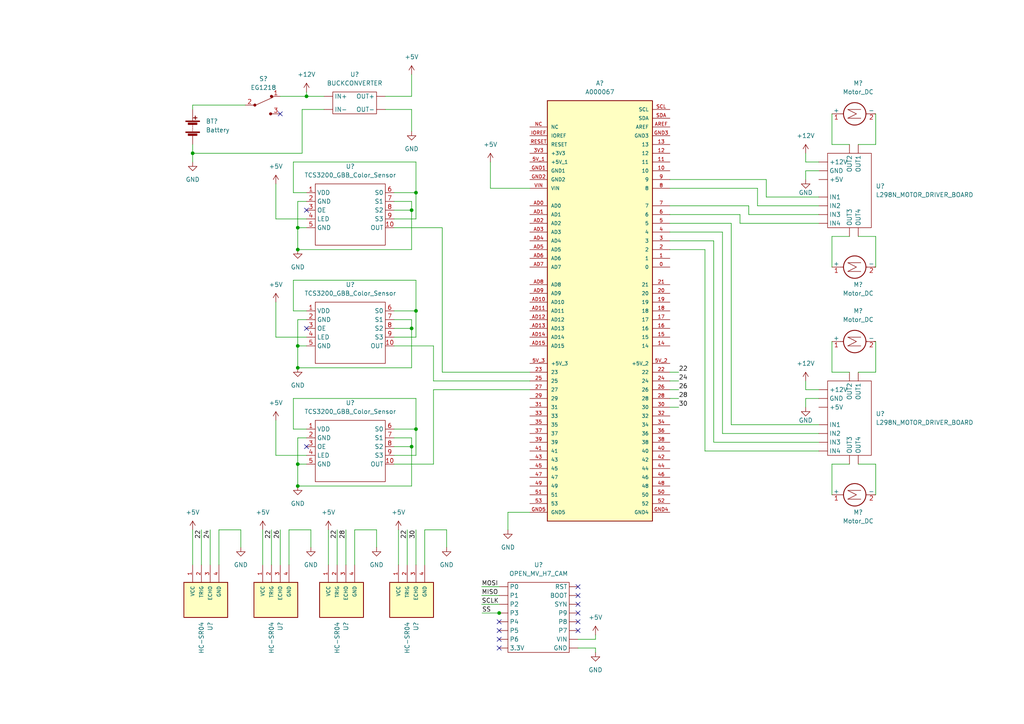
<source format=kicad_sch>
(kicad_sch (version 20211123) (generator eeschema)
  (paper "A4")
  (lib_symbols
    (symbol "A000067:A000067" (pin_names (offset 1.016))
      (property "Reference" "A" (at -15.24 61.595 0))
      (property "Value" "A000067" (at -15.24 -63.5 0))
      (symbol "A000067_0_0"
        (rectangle (start -15.24 -60.96) (end 15.24 60.96) (stroke (width 0.254)) (fill (type background)))
        (pin passive line (at 20.32 12.7 180) (length 5.08) (name "0") (number "0"))
        (pin passive line (at 20.32 15.24 180) (length 5.08) (name "1") (number "1"))
        (pin passive line (at 20.32 40.64 180) (length 5.08) (name "10") (number "10"))
        (pin passive line (at 20.32 43.18 180) (length 5.08) (name "11") (number "11"))
        (pin passive line (at 20.32 45.72 180) (length 5.08) (name "12") (number "12"))
        (pin passive line (at 20.32 48.26 180) (length 5.08) (name "13") (number "13"))
        (pin passive line (at 20.32 -10.16 180) (length 5.08) (name "14") (number "14"))
        (pin passive line (at 20.32 -7.62 180) (length 5.08) (name "15") (number "15"))
        (pin passive line (at 20.32 -5.08 180) (length 5.08) (name "16") (number "16"))
        (pin passive line (at 20.32 -2.54 180) (length 5.08) (name "17") (number "17"))
        (pin passive line (at 20.32 0 180) (length 5.08) (name "18") (number "18"))
        (pin passive line (at 20.32 2.54 180) (length 5.08) (name "19") (number "19"))
        (pin passive line (at 20.32 17.78 180) (length 5.08) (name "2") (number "2"))
        (pin passive line (at 20.32 5.08 180) (length 5.08) (name "20") (number "20"))
        (pin passive line (at 20.32 7.62 180) (length 5.08) (name "21") (number "21"))
        (pin passive line (at 20.32 -17.78 180) (length 5.08) (name "22") (number "22"))
        (pin passive line (at -20.32 -17.78 0) (length 5.08) (name "23") (number "23"))
        (pin passive line (at 20.32 -20.32 180) (length 5.08) (name "24") (number "24"))
        (pin passive line (at -20.32 -20.32 0) (length 5.08) (name "25") (number "25"))
        (pin passive line (at 20.32 -22.86 180) (length 5.08) (name "26") (number "26"))
        (pin passive line (at -20.32 -22.86 0) (length 5.08) (name "27") (number "27"))
        (pin passive line (at 20.32 -25.4 180) (length 5.08) (name "28") (number "28"))
        (pin passive line (at -20.32 -25.4 0) (length 5.08) (name "29") (number "29"))
        (pin passive line (at 20.32 20.32 180) (length 5.08) (name "3") (number "3"))
        (pin passive line (at 20.32 -27.94 180) (length 5.08) (name "30") (number "30"))
        (pin passive line (at -20.32 -27.94 0) (length 5.08) (name "31") (number "31"))
        (pin passive line (at 20.32 -30.48 180) (length 5.08) (name "32") (number "32"))
        (pin passive line (at -20.32 -30.48 0) (length 5.08) (name "33") (number "33"))
        (pin passive line (at 20.32 -33.02 180) (length 5.08) (name "34") (number "34"))
        (pin passive line (at -20.32 -33.02 0) (length 5.08) (name "35") (number "35"))
        (pin passive line (at 20.32 -35.56 180) (length 5.08) (name "36") (number "36"))
        (pin passive line (at -20.32 -35.56 0) (length 5.08) (name "37") (number "37"))
        (pin passive line (at 20.32 -38.1 180) (length 5.08) (name "38") (number "38"))
        (pin passive line (at -20.32 -38.1 0) (length 5.08) (name "39") (number "39"))
        (pin passive line (at -20.32 45.72 0) (length 5.08) (name "+3V3") (number "3V3"))
        (pin passive line (at 20.32 22.86 180) (length 5.08) (name "4") (number "4"))
        (pin passive line (at 20.32 -40.64 180) (length 5.08) (name "40") (number "40"))
        (pin passive line (at -20.32 -40.64 0) (length 5.08) (name "41") (number "41"))
        (pin passive line (at 20.32 -43.18 180) (length 5.08) (name "42") (number "42"))
        (pin passive line (at -20.32 -43.18 0) (length 5.08) (name "43") (number "43"))
        (pin passive line (at 20.32 -45.72 180) (length 5.08) (name "44") (number "44"))
        (pin passive line (at -20.32 -45.72 0) (length 5.08) (name "45") (number "45"))
        (pin passive line (at 20.32 -48.26 180) (length 5.08) (name "46") (number "46"))
        (pin passive line (at -20.32 -48.26 0) (length 5.08) (name "47") (number "47"))
        (pin passive line (at 20.32 -50.8 180) (length 5.08) (name "48") (number "48"))
        (pin passive line (at -20.32 -50.8 0) (length 5.08) (name "49") (number "49"))
        (pin passive line (at 20.32 25.4 180) (length 5.08) (name "5") (number "5"))
        (pin passive line (at 20.32 -53.34 180) (length 5.08) (name "50") (number "50"))
        (pin passive line (at -20.32 -53.34 0) (length 5.08) (name "51") (number "51"))
        (pin passive line (at 20.32 -55.88 180) (length 5.08) (name "52") (number "52"))
        (pin passive line (at -20.32 -55.88 0) (length 5.08) (name "53") (number "53"))
        (pin passive line (at -20.32 43.18 0) (length 5.08) (name "+5V_1") (number "5V_1"))
        (pin passive line (at 20.32 -15.24 180) (length 5.08) (name "+5V_2") (number "5V_2"))
        (pin passive line (at -20.32 -15.24 0) (length 5.08) (name "+5V_3") (number "5V_3"))
        (pin passive line (at 20.32 27.94 180) (length 5.08) (name "6") (number "6"))
        (pin passive line (at 20.32 30.48 180) (length 5.08) (name "7") (number "7"))
        (pin passive line (at 20.32 35.56 180) (length 5.08) (name "8") (number "8"))
        (pin passive line (at 20.32 38.1 180) (length 5.08) (name "9") (number "9"))
        (pin passive line (at -20.32 30.48 0) (length 5.08) (name "AD0") (number "AD0"))
        (pin passive line (at -20.32 27.94 0) (length 5.08) (name "AD1") (number "AD1"))
        (pin passive line (at -20.32 2.54 0) (length 5.08) (name "AD10") (number "AD10"))
        (pin passive line (at -20.32 0 0) (length 5.08) (name "AD11") (number "AD11"))
        (pin passive line (at -20.32 -2.54 0) (length 5.08) (name "AD12") (number "AD12"))
        (pin passive line (at -20.32 -5.08 0) (length 5.08) (name "AD13") (number "AD13"))
        (pin passive line (at -20.32 -7.62 0) (length 5.08) (name "AD14") (number "AD14"))
        (pin passive line (at -20.32 -10.16 0) (length 5.08) (name "AD15") (number "AD15"))
        (pin passive line (at -20.32 25.4 0) (length 5.08) (name "AD2") (number "AD2"))
        (pin passive line (at -20.32 22.86 0) (length 5.08) (name "AD3") (number "AD3"))
        (pin passive line (at -20.32 20.32 0) (length 5.08) (name "AD4") (number "AD4"))
        (pin passive line (at -20.32 17.78 0) (length 5.08) (name "AD5") (number "AD5"))
        (pin passive line (at -20.32 15.24 0) (length 5.08) (name "AD6") (number "AD6"))
        (pin passive line (at -20.32 12.7 0) (length 5.08) (name "AD7") (number "AD7"))
        (pin passive line (at -20.32 7.62 0) (length 5.08) (name "AD8") (number "AD8"))
        (pin passive line (at -20.32 5.08 0) (length 5.08) (name "AD9") (number "AD9"))
        (pin passive line (at 20.32 53.34 180) (length 5.08) (name "AREF") (number "AREF"))
        (pin passive line (at -20.32 40.64 0) (length 5.08) (name "GND1") (number "GND1"))
        (pin passive line (at -20.32 38.1 0) (length 5.08) (name "GND2") (number "GND2"))
        (pin passive line (at 20.32 50.8 180) (length 5.08) (name "GND3") (number "GND3"))
        (pin passive line (at 20.32 -58.42 180) (length 5.08) (name "GND4") (number "GND4"))
        (pin passive line (at -20.32 -58.42 0) (length 5.08) (name "GND5") (number "GND5"))
        (pin passive line (at -20.32 50.8 0) (length 5.08) (name "IOREF") (number "IOREF"))
        (pin passive line (at -20.32 53.34 0) (length 5.08) (name "NC") (number "NC"))
        (pin passive line (at -20.32 48.26 0) (length 5.08) (name "RESET") (number "RESET"))
        (pin passive line (at 20.32 58.42 180) (length 5.08) (name "SCL") (number "SCL"))
        (pin passive line (at 20.32 55.88 180) (length 5.08) (name "SDA") (number "SDA"))
        (pin passive line (at -20.32 35.56 0) (length 5.08) (name "VIN") (number "VIN"))
      )
    )
    (symbol "Device:Battery" (pin_numbers hide) (pin_names (offset 0) hide)
      (property "Reference" "BT" (at 2.54 2.54 0))
      (property "Value" "Battery" (at 2.54 0 0))
      (symbol "Battery_0_1"
        (rectangle (start -2.032 -1.397) (end 2.032 -1.651) (fill (type outline)))
        (rectangle (start -2.032 1.778) (end 2.032 1.524) (fill (type outline)))
        (rectangle (start -1.3208 -1.9812) (end 1.27 -2.4892) (fill (type outline)))
        (rectangle (start -1.3208 1.1938) (end 1.27 0.6858) (fill (type outline)))
        (polyline (pts (xy 0 -1.524) (xy 0 -1.27)))
        (polyline (pts (xy 0 -1.016) (xy 0 -0.762)))
        (polyline (pts (xy 0 -0.508) (xy 0 -0.254)))
        (polyline (pts (xy 0 0) (xy 0 0.254)))
        (polyline (pts (xy 0 0.508) (xy 0 0.762)))
        (polyline (pts (xy 0 1.778) (xy 0 2.54)))
        (polyline (pts (xy 0.254 2.667) (xy 1.27 2.667)) (stroke (width 0.254)))
        (polyline (pts (xy 0.762 3.175) (xy 0.762 2.159)) (stroke (width 0.254)))
      )
      (symbol "Battery_1_1"
        (pin passive line (at 0 5.08 270) (length 2.54) (name "+") (number "1"))
        (pin passive line (at 0 -5.08 90) (length 2.54) (name "-") (number "2"))
      )
    )
    (symbol "HC-SR04:BUCKCONVERTER"
      (property "Reference" "U" (at 2.54 1.27 0))
      (property "Value" "BUCKCONVERTER" (at 3.81 -8.89 0))
      (symbol "BUCKCONVERTER_0_1"
        (rectangle (start -3.81 0) (end 8.89 -6.35))
      )
      (symbol "BUCKCONVERTER_1_1"
        (pin input line (at -6.35 -1.27 0) (length 2.54) (name "IN+") (number ""))
        (pin input line (at -6.35 -5.08 0) (length 2.54) (name "IN-") (number ""))
        (pin input line (at 11.43 -1.27 180) (length 2.54) (name "OUT+") (number ""))
        (pin input line (at 11.43 -5.08 180) (length 2.54) (name "OUT-") (number ""))
      )
    )
    (symbol "HC-SR04:HC-SR04" (pin_names (offset 1.016))
      (property "Reference" "U" (at 0 5.0813 0))
      (property "Value" "HC-SR04" (at 0 -10.163 0))
      (symbol "HC-SR04_0_0"
        (rectangle (start 0 -7.62) (end 10.16 5.08) (stroke (width 0.254)) (fill (type background)))
        (pin power_in line (at -5.08 -5.08 0) (length 5.08) (name "VCC") (number "1"))
        (pin bidirectional line (at -5.08 -2.54 0) (length 5.08) (name "TRIG") (number "2"))
        (pin bidirectional line (at -5.08 0 0) (length 5.08) (name "ECHO") (number "3"))
        (pin power_in line (at -5.08 2.54 0) (length 5.08) (name "GND") (number "4"))
      )
    )
    (symbol "HC-SR04:L298N_MOTOR_DRIVER_BOARD"
      (property "Reference" "U" (at -10.16 11.43 0))
      (property "Value" "L298N_MOTOR_DRIVER_BOARD" (at 2.54 8.89 0))
      (symbol "L298N_MOTOR_DRIVER_BOARD_0_1"
        (rectangle (start -11.43 7.62) (end 10.16 -5.08))
      )
      (symbol "L298N_MOTOR_DRIVER_BOARD_1_1"
        (pin input line (at -8.89 -7.62 90) (length 2.54) (name "+12V") (number ""))
        (pin input line (at -3.81 -7.62 90) (length 2.54) (name "+5V") (number ""))
        (pin input line (at -6.35 -7.62 90) (length 2.54) (name "GND") (number ""))
        (pin input line (at 1.27 -7.62 90) (length 2.54) (name "IN1") (number ""))
        (pin input line (at 3.81 -7.62 90) (length 2.54) (name "IN2") (number ""))
        (pin input line (at 6.35 -7.62 90) (length 2.54) (name "IN3") (number ""))
        (pin input line (at 8.89 -7.62 90) (length 2.54) (name "IN4") (number ""))
        (pin input line (at -13.97 3.81 0) (length 2.54) (name "OUT1") (number ""))
        (pin input line (at -13.97 1.27 0) (length 2.54) (name "OUT2") (number ""))
        (pin input line (at 12.7 1.27 180) (length 2.54) (name "OUT3") (number ""))
        (pin input line (at 12.7 3.81 180) (length 2.54) (name "OUT4") (number ""))
      )
    )
    (symbol "HC-SR04:OPEN_MV_H7_CAM"
      (property "Reference" "U" (at 0 11.43 0))
      (property "Value" "OPEN_MV_H7_CAM" (at 0 -11.43 0))
      (symbol "OPEN_MV_H7_CAM_0_1"
        (rectangle (start -8.89 10.16) (end 8.89 -10.16))
      )
      (symbol "OPEN_MV_H7_CAM_1_1"
        (pin input line (at -11.43 -8.89 0) (length 2.54) (name "3.3V") (number ""))
        (pin input line (at 11.43 6.35 180) (length 2.54) (name "BOOT") (number ""))
        (pin input line (at 11.43 -8.89 180) (length 2.54) (name "GND") (number ""))
        (pin input line (at -11.43 8.89 0) (length 2.54) (name "P0") (number ""))
        (pin input line (at -11.43 6.35 0) (length 2.54) (name "P1") (number ""))
        (pin input line (at -11.43 3.81 0) (length 2.54) (name "P2") (number ""))
        (pin input line (at -11.43 1.27 0) (length 2.54) (name "P3") (number ""))
        (pin input line (at -11.43 -1.27 0) (length 2.54) (name "P4") (number ""))
        (pin input line (at -11.43 -3.81 0) (length 2.54) (name "P5") (number ""))
        (pin input line (at -11.43 -6.35 0) (length 2.54) (name "P6") (number ""))
        (pin input line (at 11.43 -3.81 180) (length 2.54) (name "P7") (number ""))
        (pin input line (at 11.43 -1.27 180) (length 2.54) (name "P8") (number ""))
        (pin input line (at 11.43 1.27 180) (length 2.54) (name "P9") (number ""))
        (pin input line (at 11.43 8.89 180) (length 2.54) (name "RST") (number ""))
        (pin input line (at 11.43 3.81 180) (length 2.54) (name "SYN") (number ""))
        (pin input line (at 11.43 -6.35 180) (length 2.54) (name "VIN") (number ""))
      )
    )
    (symbol "HC-SR04:TCS3200_GBB_Color_Sensor"
      (property "Reference" "U" (at 1.27 1.27 0))
      (property "Value" "TCS3200_GBB_Color_Sensor" (at 10.16 -19.05 0))
      (symbol "TCS3200_GBB_Color_Sensor_0_1"
        (rectangle (start 0 0) (end 20.32 -17.78))
      )
      (symbol "TCS3200_GBB_Color_Sensor_1_1"
        (pin input line (at -2.54 -2.54 0) (length 2.54) (name "VDD") (number "1"))
        (pin input line (at 22.86 -12.7 180) (length 2.54) (name "OUT") (number "10"))
        (pin input line (at -2.54 -5.08 0) (length 2.54) (name "GND") (number "2"))
        (pin input line (at -2.54 -7.62 0) (length 2.54) (name "OE") (number "3"))
        (pin input line (at -2.54 -10.16 0) (length 2.54) (name "LED") (number "4"))
        (pin input line (at -2.54 -12.7 0) (length 2.54) (name "GND") (number "5"))
        (pin input line (at 22.86 -2.54 180) (length 2.54) (name "S0") (number "6"))
        (pin input line (at 22.86 -5.08 180) (length 2.54) (name "S1") (number "7"))
        (pin input line (at 22.86 -7.62 180) (length 2.54) (name "S2") (number "8"))
        (pin input line (at 22.86 -10.16 180) (length 2.54) (name "S3") (number "9"))
      )
    )
    (symbol "Motor:Motor_DC" (pin_names (offset 0))
      (property "Reference" "M" (at 2.54 2.54 0))
      (property "Value" "Motor_DC" (at 2.54 -5.08 0))
      (symbol "Motor_DC_0_0"
        (polyline (pts (xy -1.27 -3.302) (xy -1.27 0.508) (xy 0 -2.032) (xy 1.27 0.508) (xy 1.27 -3.302)))
      )
      (symbol "Motor_DC_0_1"
        (circle (center 0 -1.524) (radius 3.2512) (stroke (width 0.254)))
        (polyline (pts (xy 0 -7.62) (xy 0 -7.112)))
        (polyline (pts (xy 0 -4.7752) (xy 0 -5.1816)))
        (polyline (pts (xy 0 1.7272) (xy 0 2.0828)))
        (polyline (pts (xy 0 2.032) (xy 0 2.54)))
      )
      (symbol "Motor_DC_1_1"
        (pin passive line (at 0 5.08 270) (length 2.54) (name "+") (number "1"))
        (pin passive line (at 0 -7.62 90) (length 2.54) (name "-") (number "2"))
      )
    )
    (symbol "dk_Slide-Switches:EG1218" (pin_names (offset 0))
      (property "Reference" "S" (at -3.81 2.286 0))
      (property "Value" "EG1218" (at 0 -5.334 0))
      (symbol "EG1218_0_1"
        (circle (center -2.286 0) (radius 0.3556) (fill (type outline)))
        (polyline (pts (xy -2.032 0) (xy 3.048 2.286)))
        (circle (center 2.286 -2.54) (radius 0.3556) (fill (type outline)))
        (circle (center 2.54 2.54) (radius 0.3556) (fill (type outline)))
      )
      (symbol "EG1218_1_1"
        (pin passive line (at 5.08 2.54 180) (length 2.54) (name "~") (number "1"))
        (pin passive line (at -5.08 0 0) (length 2.54) (name "~") (number "2"))
        (pin passive line (at 5.08 -2.54 180) (length 2.54) (name "~") (number "3"))
      )
    )
    (symbol "power:+12V" (power) (pin_names (offset 0))
      (property "Value" "+12V" (at 0 3.556 0))
      (symbol "+12V_0_1"
        (polyline (pts (xy -0.762 1.27) (xy 0 2.54)))
        (polyline (pts (xy 0 0) (xy 0 2.54)))
        (polyline (pts (xy 0 2.54) (xy 0.762 1.27)))
      )
      (symbol "+12V_1_1"
        (pin power_in line (at 0 0 90) (length 0) hide (name "+12V") (number "1"))
      )
    )
    (symbol "power:+5V" (power) (pin_names (offset 0))
      (property "Value" "+5V" (at 0 3.556 0))
      (symbol "+5V_0_1"
        (polyline (pts (xy -0.762 1.27) (xy 0 2.54)))
        (polyline (pts (xy 0 0) (xy 0 2.54)))
        (polyline (pts (xy 0 2.54) (xy 0.762 1.27)))
      )
      (symbol "+5V_1_1"
        (pin power_in line (at 0 0 90) (length 0) hide (name "+5V") (number "1"))
      )
    )
    (symbol "power:GND" (power) (pin_names (offset 0))
      (property "Value" "GND" (at 0 -3.81 0))
      (symbol "GND_0_1"
        (polyline (pts (xy 0 0) (xy 0 -1.27) (xy 1.27 -1.27) (xy 0 -2.54) (xy -1.27 -1.27) (xy 0 -1.27)))
      )
      (symbol "GND_1_1"
        (pin power_in line (at 0 0 270) (length 0) hide (name "GND") (number "1"))
      )
    )
  )
  (junction (at 88.9 27.94))
  (junction (at 120.65 90.17))
  (junction (at 55.88 44.45))
  (junction (at 119.38 60.96))
  (junction (at 120.65 55.88))
  (junction (at 120.65 124.46))
  (junction (at 86.36 66.04))
  (junction (at 119.38 129.54))
  (junction (at 86.36 106.68))
  (junction (at 144.78 177.8))
  (junction (at 119.38 95.25))
  (junction (at 86.36 134.62))
  (junction (at 86.36 140.97))
  (junction (at 86.36 100.33))
  (junction (at 86.36 72.39))
  (no_connect (at 144.78 187.96))
  (no_connect (at 88.9 95.25))
  (no_connect (at 167.64 175.26))
  (no_connect (at 167.64 170.18))
  (no_connect (at 167.64 182.88))
  (no_connect (at 144.78 180.34))
  (no_connect (at 144.78 185.42))
  (no_connect (at 144.78 182.88))
  (no_connect (at 167.64 172.72))
  (no_connect (at 88.9 60.96))
  (no_connect (at 88.9 129.54))
  (no_connect (at 81.28 33.02))
  (no_connect (at 167.64 177.8))
  (no_connect (at 167.64 180.34))
  (wire (pts (xy 194.31 54.61) (xy 219.71 54.61)))
  (wire (pts (xy 139.7 175.26) (xy 144.78 175.26)))
  (wire (pts (xy 233.68 46.99) (xy 233.68 44.45)))
  (wire (pts (xy 109.22 153.67) (xy 109.22 158.75)))
  (wire (pts (xy 85.09 115.57) (xy 120.65 115.57)))
  (wire (pts (xy 237.49 49.53) (xy 233.68 49.53)))
  (wire (pts (xy 86.36 92.71) (xy 86.36 100.33)))
  (wire (pts (xy 83.82 163.83) (xy 83.82 153.67)))
  (wire (pts (xy 80.01 121.92) (xy 80.01 132.08)))
  (wire (pts (xy 241.3 33.02) (xy 241.3 41.91)))
  (wire (pts (xy 81.28 27.94) (xy 88.9 27.94)))
  (wire (pts (xy 125.73 110.49) (xy 153.67 110.49)))
  (wire (pts (xy 111.76 31.75) (xy 119.38 31.75)))
  (wire (pts (xy 60.96 153.67) (xy 60.96 163.83)))
  (wire (pts (xy 86.36 58.42) (xy 86.36 66.04)))
  (wire (pts (xy 114.3 95.25) (xy 119.38 95.25)))
  (wire (pts (xy 217.17 62.23) (xy 217.17 59.69)))
  (wire (pts (xy 87.63 44.45) (xy 55.88 44.45)))
  (wire (pts (xy 88.9 55.88) (xy 85.09 55.88)))
  (wire (pts (xy 86.36 134.62) (xy 88.9 134.62)))
  (wire (pts (xy 120.65 115.57) (xy 120.65 124.46)))
  (wire (pts (xy 241.3 77.47) (xy 241.3 68.58)))
  (wire (pts (xy 63.5 163.83) (xy 63.5 153.67)))
  (wire (pts (xy 111.76 27.94) (xy 119.38 27.94)))
  (wire (pts (xy 119.38 129.54) (xy 119.38 140.97)))
  (wire (pts (xy 237.49 113.03) (xy 233.68 113.03)))
  (wire (pts (xy 81.28 153.67) (xy 81.28 163.83)))
  (wire (pts (xy 139.7 172.72) (xy 144.78 172.72)))
  (wire (pts (xy 219.71 54.61) (xy 219.71 59.69)))
  (wire (pts (xy 114.3 100.33) (xy 125.73 100.33)))
  (wire (pts (xy 86.36 127) (xy 86.36 134.62)))
  (wire (pts (xy 214.63 64.77) (xy 237.49 64.77)))
  (wire (pts (xy 194.31 67.31) (xy 209.55 67.31)))
  (wire (pts (xy 125.73 100.33) (xy 125.73 110.49)))
  (wire (pts (xy 88.9 63.5) (xy 80.01 63.5)))
  (wire (pts (xy 237.49 46.99) (xy 233.68 46.99)))
  (wire (pts (xy 55.88 153.67) (xy 55.88 163.83)))
  (wire (pts (xy 86.36 66.04) (xy 88.9 66.04)))
  (wire (pts (xy 88.9 124.46) (xy 85.09 124.46)))
  (wire (pts (xy 254 77.47) (xy 254 68.58)))
  (wire (pts (xy 128.27 107.95) (xy 128.27 66.04)))
  (wire (pts (xy 194.31 107.95) (xy 196.85 107.95)))
  (wire (pts (xy 142.24 46.99) (xy 142.24 54.61)))
  (wire (pts (xy 254 68.58) (xy 248.92 68.58)))
  (wire (pts (xy 139.7 170.18) (xy 144.78 170.18)))
  (wire (pts (xy 76.2 153.67) (xy 76.2 163.83)))
  (wire (pts (xy 69.85 153.67) (xy 69.85 158.75)))
  (wire (pts (xy 86.36 134.62) (xy 86.36 140.97)))
  (wire (pts (xy 95.25 153.67) (xy 95.25 163.83)))
  (wire (pts (xy 88.9 97.79) (xy 80.01 97.79)))
  (wire (pts (xy 233.68 115.57) (xy 233.68 118.11)))
  (wire (pts (xy 194.31 113.03) (xy 196.85 113.03)))
  (wire (pts (xy 114.3 58.42) (xy 119.38 58.42)))
  (wire (pts (xy 241.3 68.58) (xy 246.38 68.58)))
  (wire (pts (xy 241.3 143.51) (xy 241.3 134.62)))
  (wire (pts (xy 119.38 127) (xy 119.38 129.54)))
  (wire (pts (xy 102.87 163.83) (xy 102.87 153.67)))
  (wire (pts (xy 120.65 90.17) (xy 120.65 97.79)))
  (wire (pts (xy 80.01 53.34) (xy 80.01 63.5)))
  (wire (pts (xy 194.31 118.11) (xy 196.85 118.11)))
  (wire (pts (xy 241.3 134.62) (xy 246.38 134.62)))
  (wire (pts (xy 85.09 81.28) (xy 120.65 81.28)))
  (wire (pts (xy 153.67 148.59) (xy 147.32 148.59)))
  (wire (pts (xy 58.42 163.83) (xy 58.42 153.67)))
  (wire (pts (xy 212.09 64.77) (xy 194.31 64.77)))
  (wire (pts (xy 114.3 60.96) (xy 119.38 60.96)))
  (wire (pts (xy 194.31 115.57) (xy 196.85 115.57)))
  (wire (pts (xy 119.38 72.39) (xy 86.36 72.39)))
  (wire (pts (xy 114.3 132.08) (xy 120.65 132.08)))
  (wire (pts (xy 119.38 95.25) (xy 119.38 106.68)))
  (wire (pts (xy 204.47 72.39) (xy 204.47 130.81)))
  (wire (pts (xy 114.3 92.71) (xy 119.38 92.71)))
  (wire (pts (xy 147.32 148.59) (xy 147.32 153.67)))
  (wire (pts (xy 120.65 153.67) (xy 120.65 163.83)))
  (wire (pts (xy 88.9 26.67) (xy 88.9 27.94)))
  (wire (pts (xy 144.78 177.8) (xy 144.8877 177.8)))
  (wire (pts (xy 88.9 127) (xy 86.36 127)))
  (wire (pts (xy 254 143.51) (xy 254 134.62)))
  (wire (pts (xy 214.63 62.23) (xy 214.63 64.77)))
  (wire (pts (xy 129.54 153.67) (xy 129.54 158.75)))
  (wire (pts (xy 85.09 55.88) (xy 85.09 46.99)))
  (wire (pts (xy 83.82 153.67) (xy 90.17 153.67)))
  (wire (pts (xy 120.65 81.28) (xy 120.65 90.17)))
  (wire (pts (xy 86.36 66.04) (xy 86.36 72.39)))
  (wire (pts (xy 237.49 115.57) (xy 233.68 115.57)))
  (wire (pts (xy 119.38 106.68) (xy 86.36 106.68)))
  (wire (pts (xy 128.27 66.04) (xy 114.3 66.04)))
  (wire (pts (xy 88.9 132.08) (xy 80.01 132.08)))
  (wire (pts (xy 167.64 185.42) (xy 172.72 185.42)))
  (wire (pts (xy 254 107.95) (xy 248.92 107.95)))
  (wire (pts (xy 114.3 63.5) (xy 120.65 63.5)))
  (wire (pts (xy 55.88 31.75) (xy 55.88 30.48)))
  (wire (pts (xy 93.98 31.75) (xy 87.63 31.75)))
  (wire (pts (xy 86.36 100.33) (xy 88.9 100.33)))
  (wire (pts (xy 85.09 124.46) (xy 85.09 115.57)))
  (wire (pts (xy 194.31 59.69) (xy 217.17 59.69)))
  (wire (pts (xy 114.3 124.46) (xy 120.65 124.46)))
  (wire (pts (xy 63.5 153.67) (xy 69.85 153.67)))
  (wire (pts (xy 86.36 100.33) (xy 86.36 106.68)))
  (wire (pts (xy 55.88 44.45) (xy 55.88 46.99)))
  (wire (pts (xy 88.9 90.17) (xy 85.09 90.17)))
  (wire (pts (xy 114.3 55.88) (xy 120.65 55.88)))
  (wire (pts (xy 87.63 31.75) (xy 87.63 44.45)))
  (wire (pts (xy 55.88 44.45) (xy 55.88 41.91)))
  (wire (pts (xy 120.65 55.88) (xy 120.65 63.5)))
  (wire (pts (xy 204.47 130.81) (xy 237.49 130.81)))
  (wire (pts (xy 139.8077 177.8) (xy 144.78 177.8)))
  (wire (pts (xy 254 41.91) (xy 248.92 41.91)))
  (wire (pts (xy 233.68 49.53) (xy 233.68 52.07)))
  (wire (pts (xy 153.67 54.61) (xy 142.24 54.61)))
  (wire (pts (xy 237.49 128.27) (xy 207.01 128.27)))
  (wire (pts (xy 194.31 62.23) (xy 214.63 62.23)))
  (wire (pts (xy 153.67 107.95) (xy 128.27 107.95)))
  (wire (pts (xy 153.67 113.03) (xy 125.73 113.03)))
  (wire (pts (xy 254 134.62) (xy 248.92 134.62)))
  (wire (pts (xy 241.3 107.95) (xy 246.38 107.95)))
  (wire (pts (xy 237.49 123.19) (xy 212.09 123.19)))
  (wire (pts (xy 114.3 127) (xy 119.38 127)))
  (wire (pts (xy 100.33 153.67) (xy 100.33 163.83)))
  (wire (pts (xy 119.38 60.96) (xy 119.38 72.39)))
  (wire (pts (xy 88.9 58.42) (xy 86.36 58.42)))
  (wire (pts (xy 114.3 97.79) (xy 120.65 97.79)))
  (wire (pts (xy 123.19 163.83) (xy 123.19 153.67)))
  (wire (pts (xy 119.38 140.97) (xy 86.36 140.97)))
  (wire (pts (xy 125.73 134.62) (xy 114.3 134.62)))
  (wire (pts (xy 120.65 46.99) (xy 120.65 55.88)))
  (wire (pts (xy 167.64 187.96) (xy 172.72 187.96)))
  (wire (pts (xy 209.55 125.73) (xy 237.49 125.73)))
  (wire (pts (xy 88.9 27.94) (xy 93.98 27.94)))
  (wire (pts (xy 237.49 62.23) (xy 217.17 62.23)))
  (wire (pts (xy 194.31 110.49) (xy 196.85 110.49)))
  (wire (pts (xy 119.38 58.42) (xy 119.38 60.96)))
  (wire (pts (xy 172.72 184.15) (xy 172.72 185.42)))
  (wire (pts (xy 172.72 187.96) (xy 172.72 189.23)))
  (wire (pts (xy 80.01 87.63) (xy 80.01 97.79)))
  (wire (pts (xy 254 33.02) (xy 254 41.91)))
  (wire (pts (xy 119.38 92.71) (xy 119.38 95.25)))
  (wire (pts (xy 254 99.06) (xy 254 107.95)))
  (wire (pts (xy 241.3 41.91) (xy 246.38 41.91)))
  (wire (pts (xy 118.11 163.83) (xy 118.11 153.67)))
  (wire (pts (xy 114.3 129.54) (xy 119.38 129.54)))
  (wire (pts (xy 119.38 21.59) (xy 119.38 27.94)))
  (wire (pts (xy 85.09 90.17) (xy 85.09 81.28)))
  (wire (pts (xy 233.68 113.03) (xy 233.68 110.49)))
  (wire (pts (xy 207.01 128.27) (xy 207.01 69.85)))
  (wire (pts (xy 207.01 69.85) (xy 194.31 69.85)))
  (wire (pts (xy 212.09 123.19) (xy 212.09 64.77)))
  (wire (pts (xy 194.31 72.39) (xy 204.47 72.39)))
  (wire (pts (xy 241.3 99.06) (xy 241.3 107.95)))
  (wire (pts (xy 222.25 52.07) (xy 194.31 52.07)))
  (wire (pts (xy 78.74 163.83) (xy 78.74 153.67)))
  (wire (pts (xy 119.38 31.75) (xy 119.38 38.1)))
  (wire (pts (xy 115.57 153.67) (xy 115.57 163.83)))
  (wire (pts (xy 97.79 163.83) (xy 97.79 153.67)))
  (wire (pts (xy 88.9 92.71) (xy 86.36 92.71)))
  (wire (pts (xy 237.49 57.15) (xy 222.25 57.15)))
  (wire (pts (xy 102.87 153.67) (xy 109.22 153.67)))
  (wire (pts (xy 222.25 57.15) (xy 222.25 52.07)))
  (wire (pts (xy 123.19 153.67) (xy 129.54 153.67)))
  (wire (pts (xy 55.88 30.48) (xy 71.12 30.48)))
  (wire (pts (xy 120.65 124.46) (xy 120.65 132.08)))
  (wire (pts (xy 125.73 113.03) (xy 125.73 134.62)))
  (wire (pts (xy 219.71 59.69) (xy 237.49 59.69)))
  (wire (pts (xy 90.17 153.67) (xy 90.17 158.75)))
  (wire (pts (xy 114.3 90.17) (xy 120.65 90.17)))
  (wire (pts (xy 85.09 46.99) (xy 120.65 46.99)))
  (wire (pts (xy 209.55 67.31) (xy 209.55 125.73)))
  (label "30" (at 196.85 118.11 0))
  (label "MOSI" (at 139.7 170.18 0))
  (label "22" (at 196.85 107.95 0))
  (label "28" (at 100.33 153.67 270))
  (label "SCLK" (at 139.7 175.26 0))
  (label "22" (at 118.11 153.67 270))
  (label "24" (at 196.85 110.49 0))
  (label "26" (at 196.85 113.03 0))
  (label "22" (at 58.42 153.67 270))
  (label "30" (at 120.65 153.67 270))
  (label "22" (at 97.79 153.67 270))
  (label "28" (at 196.85 115.57 0))
  (label "MISO" (at 139.7 172.72 0))
  (label "26" (at 81.28 153.67 270))
  (label "24" (at 60.96 153.67 270))
  (label "22" (at 78.74 153.67 270))
  (label "SS" (at 139.8077 177.8 0))
  (symbol (lib_id "power:GND") (at 119.38 38.1 0) (unit 1)
    (property "Reference" "#PWR?" (effects hide))
    (property "Value" "GND" (at 119.38 43.18 0))
  )
  (symbol (lib_id "power:GND") (at 129.54 158.75 0) (unit 1)
    (property "Reference" "#PWR?" (effects hide))
    (property "Value" "GND" (at 129.54 163.83 0))
  )
  (symbol (lib_id "power:GND") (at 90.17 158.75 0) (unit 1)
    (property "Reference" "#PWR?" (effects hide))
    (property "Value" "GND" (at 90.17 163.83 0))
  )
  (symbol (lib_id "Motor:Motor_DC") (at 246.38 77.47 90) (unit 1)
    (property "Reference" "M?" (at 248.92 82.55 90))
    (property "Value" "Motor_DC" (at 248.92 85.09 90))
  )
  (symbol (lib_id "HC-SR04:TCS3200_GBB_Color_Sensor") (at 91.44 121.92 0) (unit 1)
    (property "Reference" "U?" (at 101.6 116.84 0))
    (property "Value" "TCS3200_GBB_Color_Sensor" (at 101.6 119.38 0))
  )
  (symbol (lib_id "power:+12V") (at 88.9 26.67 0) (unit 1)
    (property "Reference" "#PWR?" (effects hide))
    (property "Value" "+12V" (at 88.9 21.59 0))
  )
  (symbol (lib_id "power:+5V") (at 80.01 121.92 0) (unit 1)
    (property "Reference" "#PWR?" (effects hide))
    (property "Value" "+5V" (at 80.01 116.84 0))
  )
  (symbol (lib_id "Motor:Motor_DC") (at 246.38 143.51 90) (unit 1)
    (property "Reference" "M?" (at 248.92 148.59 90))
    (property "Value" "Motor_DC" (at 248.92 151.13 90))
  )
  (symbol (lib_id "power:+5V") (at 115.57 153.67 0) (unit 1)
    (property "Reference" "#PWR?" (effects hide))
    (property "Value" "+5V" (at 115.57 148.59 0))
  )
  (symbol (lib_id "dk_Slide-Switches:EG1218") (at 76.2 30.48 0) (unit 1)
    (property "Reference" "S?" (at 76.4032 22.86 0))
    (property "Value" "EG1218" (at 76.4032 25.4 0))
    (property "Footprint" "digikey-footprints:Switch_Slide_11.6x4mm_EG1218" (effects hide))
    (property "Datasheet" "http://spec_sheets.e-switch.com/specs/P040040.pdf" (effects hide))
    (property "Digi-Key_PN" "EG1903-ND" (effects hide))
    (property "MPN" "EG1218" (effects hide))
    (property "Category" "Switches" (effects hide))
    (property "Family" "Slide Switches" (effects hide))
    (property "DK_Datasheet_Link" "http://spec_sheets.e-switch.com/specs/P040040.pdf" (effects hide))
    (property "DK_Detail_Page" "/product-detail/en/e-switch/EG1218/EG1903-ND/101726" (effects hide))
    (property "Description" "SWITCH SLIDE SPDT 200MA 30V" (effects hide))
    (property "Manufacturer" "E-Switch" (effects hide))
    (property "Status" "Active" (effects hide))
  )
  (symbol (lib_id "HC-SR04:OPEN_MV_H7_CAM") (at 156.21 179.07 0) (unit 1)
    (property "Reference" "U?" (at 156.21 163.83 0))
    (property "Value" "OPEN_MV_H7_CAM" (at 156.21 166.37 0))
  )
  (symbol (lib_id "HC-SR04:HC-SR04") (at 120.65 168.91 270) (unit 1)
    (property "Reference" "U?" (at 120.6501 180.34 0) (effects (justify left)))
    (property "Value" "HC-SR04" (at 118.1101 180.34 0) (effects (justify left)))
    (property "MP" "HC-SR04" (effects hide))
    (property "AVAILABILITY" "Not in stock" (effects hide))
    (property "PACKAGE" "None" (effects hide))
    (property "PRICE" "None" (effects hide))
    (property "MF" "SparkFun Electronics" (effects hide))
    (property "DESCRIPTION" "HC-SR04 Ultrasonic Sensor Qwiic Platform Evaluation Expansion Board" (effects hide))
  )
  (symbol (lib_id "power:GND") (at 86.36 72.39 0) (unit 1)
    (property "Reference" "#PWR?" (effects hide))
    (property "Value" "GND" (at 86.36 77.47 0))
  )
  (symbol (lib_id "HC-SR04:L298N_MOTOR_DRIVER_BOARD") (at 245.11 55.88 270) (unit 1)
    (property "Reference" "U?" (at 254 53.9749 90) (effects (justify left)))
    (property "Value" "L298N_MOTOR_DRIVER_BOARD" (at 254 56.5149 90) (effects (justify left)))
  )
  (symbol (lib_id "power:GND") (at 233.68 118.11 0) (unit 1)
    (property "Reference" "#PWR?" (effects hide))
    (property "Value" "GND" (at 233.68 121.92 0))
  )
  (symbol (lib_id "power:+5V") (at 172.72 184.15 0) (unit 1)
    (property "Reference" "#PWR?" (effects hide))
    (property "Value" "+5V" (at 172.72 179.07 0))
  )
  (symbol (lib_id "power:+5V") (at 80.01 53.34 0) (unit 1)
    (property "Reference" "#PWR?" (effects hide))
    (property "Value" "+5V" (at 80.01 48.26 0))
  )
  (symbol (lib_id "Device:Battery") (at 55.88 36.83 0) (unit 1)
    (property "Reference" "BT?" (at 59.69 35.1789 0) (effects (justify left)))
    (property "Value" "Battery" (at 59.69 37.7189 0) (effects (justify left)))
  )
  (symbol (lib_id "power:GND") (at 86.36 106.68 0) (unit 1)
    (property "Reference" "#PWR?" (effects hide))
    (property "Value" "GND" (at 86.36 111.76 0))
  )
  (symbol (lib_id "HC-SR04:HC-SR04") (at 60.96 168.91 270) (unit 1)
    (property "Reference" "U?" (at 60.9601 180.34 0) (effects (justify left)))
    (property "Value" "HC-SR04" (at 58.4201 180.34 0) (effects (justify left)))
    (property "MP" "HC-SR04" (effects hide))
    (property "AVAILABILITY" "Not in stock" (effects hide))
    (property "PACKAGE" "None" (effects hide))
    (property "PRICE" "None" (effects hide))
    (property "MF" "SparkFun Electronics" (effects hide))
    (property "DESCRIPTION" "HC-SR04 Ultrasonic Sensor Qwiic Platform Evaluation Expansion Board" (effects hide))
  )
  (symbol (lib_id "HC-SR04:BUCKCONVERTER") (at 100.33 26.67 0) (unit 1)
    (property "Reference" "U?" (at 102.87 21.59 0))
    (property "Value" "BUCKCONVERTER" (at 102.87 24.13 0))
  )
  (symbol (lib_id "power:+12V") (at 233.68 110.49 0) (unit 1)
    (property "Reference" "#PWR?" (effects hide))
    (property "Value" "+12V" (at 233.68 105.41 0))
  )
  (symbol (lib_id "power:+5V") (at 119.38 21.59 0) (unit 1)
    (property "Reference" "#PWR?" (effects hide))
    (property "Value" "+5V" (at 119.38 16.51 0))
  )
  (symbol (lib_id "HC-SR04:TCS3200_GBB_Color_Sensor") (at 91.44 53.34 0) (unit 1)
    (property "Reference" "U?" (at 101.6 48.26 0))
    (property "Value" "TCS3200_GBB_Color_Sensor" (at 101.6 50.8 0))
  )
  (symbol (lib_id "power:+5V") (at 76.2 153.67 0) (unit 1)
    (property "Reference" "#PWR?" (effects hide))
    (property "Value" "+5V" (at 76.2 148.59 0))
  )
  (symbol (lib_id "Motor:Motor_DC") (at 246.38 33.02 90) (unit 1)
    (property "Reference" "M?" (at 248.92 24.13 90))
    (property "Value" "Motor_DC" (at 248.92 26.67 90))
  )
  (symbol (lib_id "power:+5V") (at 95.25 153.67 0) (unit 1)
    (property "Reference" "#PWR?" (effects hide))
    (property "Value" "+5V" (at 95.25 148.59 0))
  )
  (symbol (lib_id "power:GND") (at 147.32 153.67 0) (unit 1)
    (property "Reference" "#PWR?" (effects hide))
    (property "Value" "GND" (at 147.32 158.75 0))
  )
  (symbol (lib_id "power:+12V") (at 233.68 44.45 0) (unit 1)
    (property "Reference" "#PWR?" (effects hide))
    (property "Value" "+12V" (at 233.68 39.37 0))
  )
  (symbol (lib_id "HC-SR04:L298N_MOTOR_DRIVER_BOARD") (at 245.11 121.92 270) (unit 1)
    (property "Reference" "U?" (at 254 120.0149 90) (effects (justify left)))
    (property "Value" "L298N_MOTOR_DRIVER_BOARD" (at 254 122.5549 90) (effects (justify left)))
  )
  (symbol (lib_id "power:GND") (at 233.68 52.07 0) (unit 1)
    (property "Reference" "#PWR?" (effects hide))
    (property "Value" "GND" (at 233.68 55.88 0))
  )
  (symbol (lib_id "power:+5V") (at 55.88 153.67 0) (unit 1)
    (property "Reference" "#PWR?" (effects hide))
    (property "Value" "+5V" (at 55.88 148.59 0))
  )
  (symbol (lib_id "power:GND") (at 55.88 46.99 0) (unit 1)
    (property "Reference" "#PWR?" (effects hide))
    (property "Value" "GND" (at 55.88 52.07 0))
  )
  (symbol (lib_id "HC-SR04:HC-SR04") (at 81.28 168.91 270) (unit 1)
    (property "Reference" "U?" (at 81.2801 180.34 0) (effects (justify left)))
    (property "Value" "HC-SR04" (at 78.7401 180.34 0) (effects (justify left)))
    (property "MP" "HC-SR04" (effects hide))
    (property "AVAILABILITY" "Not in stock" (effects hide))
    (property "PACKAGE" "None" (effects hide))
    (property "PRICE" "None" (effects hide))
    (property "MF" "SparkFun Electronics" (effects hide))
    (property "DESCRIPTION" "HC-SR04 Ultrasonic Sensor Qwiic Platform Evaluation Expansion Board" (effects hide))
  )
  (symbol (lib_id "HC-SR04:HC-SR04") (at 100.33 168.91 270) (unit 1)
    (property "Reference" "U?" (at 100.3301 180.34 0) (effects (justify left)))
    (property "Value" "HC-SR04" (at 97.7901 180.34 0) (effects (justify left)))
    (property "MP" "HC-SR04" (effects hide))
    (property "AVAILABILITY" "Not in stock" (effects hide))
    (property "PACKAGE" "None" (effects hide))
    (property "PRICE" "None" (effects hide))
    (property "MF" "SparkFun Electronics" (effects hide))
    (property "DESCRIPTION" "HC-SR04 Ultrasonic Sensor Qwiic Platform Evaluation Expansion Board" (effects hide))
  )
  (symbol (lib_id "power:GND") (at 69.85 158.75 0) (unit 1)
    (property "Reference" "#PWR?" (effects hide))
    (property "Value" "GND" (at 69.85 163.83 0))
  )
  (symbol (lib_id "power:+5V") (at 80.01 87.63 0) (unit 1)
    (property "Reference" "#PWR?" (effects hide))
    (property "Value" "+5V" (at 80.01 82.55 0))
  )
  (symbol (lib_id "HC-SR04:TCS3200_GBB_Color_Sensor") (at 91.44 87.63 0) (unit 1)
    (property "Reference" "U?" (at 101.6 82.55 0))
    (property "Value" "TCS3200_GBB_Color_Sensor" (at 101.6 85.09 0))
  )
  (symbol (lib_id "power:GND") (at 109.22 158.75 0) (unit 1)
    (property "Reference" "#PWR?" (effects hide))
    (property "Value" "GND" (at 109.22 163.83 0))
  )
  (symbol (lib_id "Motor:Motor_DC") (at 246.38 99.06 90) (unit 1)
    (property "Reference" "M?" (at 248.92 90.17 90))
    (property "Value" "Motor_DC" (at 248.92 92.71 90))
  )
  (symbol (lib_id "power:+5V") (at 142.24 46.99 0) (unit 1)
    (property "Reference" "#PWR?" (effects hide))
    (property "Value" "+5V" (at 142.24 41.91 0))
  )
  (symbol (lib_id "power:GND") (at 86.36 140.97 0) (unit 1)
    (property "Reference" "#PWR?" (effects hide))
    (property "Value" "GND" (at 86.36 146.05 0))
  )
  (symbol (lib_id "power:GND") (at 172.72 189.23 0) (unit 1)
    (property "Reference" "#PWR?" (effects hide))
    (property "Value" "GND" (at 172.72 194.31 0))
  )
  (symbol (lib_id "A000067:A000067") (at 173.99 90.17 0) (unit 1)
    (property "Reference" "A?" (at 173.99 24.13 0))
    (property "Value" "A000067" (at 173.99 26.67 0))
    (property "Footprint" "ARDUINO_A000067" (effects hide))
    (property "PACKAGE" "None" (effects hide))
    (property "AVAILABILITY" "Unavailable" (effects hide))
    (property "MP" "ARDUINO MEGA2560 REV3 - RETAIL" (effects hide))
    (property "DESCRIPTION" "Dev.kit: Arduino; SPI, TWI, UART; ICSP, USB B, pin strips, supply" (effects hide))
    (property "MF" "Arduino" (effects hide))
    (property "PRICE" "None" (effects hide))
  )
)
</source>
